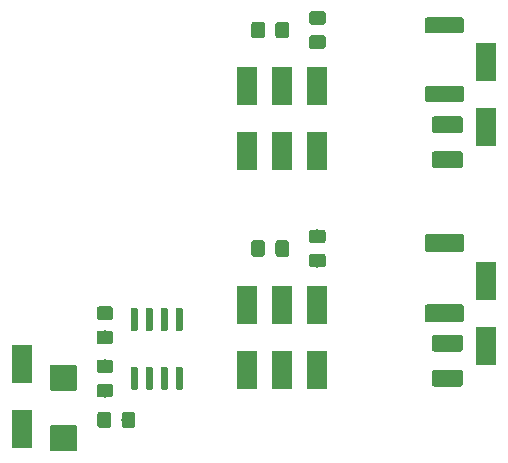
<source format=gbr>
G04 #@! TF.GenerationSoftware,KiCad,Pcbnew,5.1.4*
G04 #@! TF.CreationDate,2019-10-29T22:11:30-03:00*
G04 #@! TF.ProjectId,MCB19,4d434231-392e-46b6-9963-61645f706362,rev?*
G04 #@! TF.SameCoordinates,Original*
G04 #@! TF.FileFunction,Paste,Top*
G04 #@! TF.FilePolarity,Positive*
%FSLAX46Y46*%
G04 Gerber Fmt 4.6, Leading zero omitted, Abs format (unit mm)*
G04 Created by KiCad (PCBNEW 5.1.4) date 2019-10-29 22:11:30*
%MOMM*%
%LPD*%
G04 APERTURE LIST*
%ADD10C,0.100000*%
%ADD11C,1.525000*%
%ADD12C,1.350000*%
%ADD13C,1.425000*%
%ADD14R,1.700000X3.300000*%
%ADD15C,0.600000*%
%ADD16C,1.150000*%
%ADD17C,2.250000*%
G04 APERTURE END LIST*
D10*
G36*
X123199505Y-80751204D02*
G01*
X123223773Y-80754804D01*
X123247572Y-80760765D01*
X123270671Y-80769030D01*
X123292850Y-80779520D01*
X123313893Y-80792132D01*
X123333599Y-80806747D01*
X123351777Y-80823223D01*
X123368253Y-80841401D01*
X123382868Y-80861107D01*
X123395480Y-80882150D01*
X123405970Y-80904329D01*
X123414235Y-80927428D01*
X123420196Y-80951227D01*
X123423796Y-80975495D01*
X123425000Y-80999999D01*
X123425000Y-82025001D01*
X123423796Y-82049505D01*
X123420196Y-82073773D01*
X123414235Y-82097572D01*
X123405970Y-82120671D01*
X123395480Y-82142850D01*
X123382868Y-82163893D01*
X123368253Y-82183599D01*
X123351777Y-82201777D01*
X123333599Y-82218253D01*
X123313893Y-82232868D01*
X123292850Y-82245480D01*
X123270671Y-82255970D01*
X123247572Y-82264235D01*
X123223773Y-82270196D01*
X123199505Y-82273796D01*
X123175001Y-82275000D01*
X120324999Y-82275000D01*
X120300495Y-82273796D01*
X120276227Y-82270196D01*
X120252428Y-82264235D01*
X120229329Y-82255970D01*
X120207150Y-82245480D01*
X120186107Y-82232868D01*
X120166401Y-82218253D01*
X120148223Y-82201777D01*
X120131747Y-82183599D01*
X120117132Y-82163893D01*
X120104520Y-82142850D01*
X120094030Y-82120671D01*
X120085765Y-82097572D01*
X120079804Y-82073773D01*
X120076204Y-82049505D01*
X120075000Y-82025001D01*
X120075000Y-80999999D01*
X120076204Y-80975495D01*
X120079804Y-80951227D01*
X120085765Y-80927428D01*
X120094030Y-80904329D01*
X120104520Y-80882150D01*
X120117132Y-80861107D01*
X120131747Y-80841401D01*
X120148223Y-80823223D01*
X120166401Y-80806747D01*
X120186107Y-80792132D01*
X120207150Y-80779520D01*
X120229329Y-80769030D01*
X120252428Y-80760765D01*
X120276227Y-80754804D01*
X120300495Y-80751204D01*
X120324999Y-80750000D01*
X123175001Y-80750000D01*
X123199505Y-80751204D01*
X123199505Y-80751204D01*
G37*
D11*
X121750000Y-81512500D03*
D10*
G36*
X123199505Y-86726204D02*
G01*
X123223773Y-86729804D01*
X123247572Y-86735765D01*
X123270671Y-86744030D01*
X123292850Y-86754520D01*
X123313893Y-86767132D01*
X123333599Y-86781747D01*
X123351777Y-86798223D01*
X123368253Y-86816401D01*
X123382868Y-86836107D01*
X123395480Y-86857150D01*
X123405970Y-86879329D01*
X123414235Y-86902428D01*
X123420196Y-86926227D01*
X123423796Y-86950495D01*
X123425000Y-86974999D01*
X123425000Y-88000001D01*
X123423796Y-88024505D01*
X123420196Y-88048773D01*
X123414235Y-88072572D01*
X123405970Y-88095671D01*
X123395480Y-88117850D01*
X123382868Y-88138893D01*
X123368253Y-88158599D01*
X123351777Y-88176777D01*
X123333599Y-88193253D01*
X123313893Y-88207868D01*
X123292850Y-88220480D01*
X123270671Y-88230970D01*
X123247572Y-88239235D01*
X123223773Y-88245196D01*
X123199505Y-88248796D01*
X123175001Y-88250000D01*
X120324999Y-88250000D01*
X120300495Y-88248796D01*
X120276227Y-88245196D01*
X120252428Y-88239235D01*
X120229329Y-88230970D01*
X120207150Y-88220480D01*
X120186107Y-88207868D01*
X120166401Y-88193253D01*
X120148223Y-88176777D01*
X120131747Y-88158599D01*
X120117132Y-88138893D01*
X120104520Y-88117850D01*
X120094030Y-88095671D01*
X120085765Y-88072572D01*
X120079804Y-88048773D01*
X120076204Y-88024505D01*
X120075000Y-88000001D01*
X120075000Y-86974999D01*
X120076204Y-86950495D01*
X120079804Y-86926227D01*
X120085765Y-86902428D01*
X120094030Y-86879329D01*
X120104520Y-86857150D01*
X120117132Y-86836107D01*
X120131747Y-86816401D01*
X120148223Y-86798223D01*
X120166401Y-86781747D01*
X120186107Y-86767132D01*
X120207150Y-86754520D01*
X120229329Y-86744030D01*
X120252428Y-86735765D01*
X120276227Y-86729804D01*
X120300495Y-86726204D01*
X120324999Y-86725000D01*
X123175001Y-86725000D01*
X123199505Y-86726204D01*
X123199505Y-86726204D01*
G37*
D11*
X121750000Y-87487500D03*
D10*
G36*
X123199505Y-62426204D02*
G01*
X123223773Y-62429804D01*
X123247572Y-62435765D01*
X123270671Y-62444030D01*
X123292850Y-62454520D01*
X123313893Y-62467132D01*
X123333599Y-62481747D01*
X123351777Y-62498223D01*
X123368253Y-62516401D01*
X123382868Y-62536107D01*
X123395480Y-62557150D01*
X123405970Y-62579329D01*
X123414235Y-62602428D01*
X123420196Y-62626227D01*
X123423796Y-62650495D01*
X123425000Y-62674999D01*
X123425000Y-63525001D01*
X123423796Y-63549505D01*
X123420196Y-63573773D01*
X123414235Y-63597572D01*
X123405970Y-63620671D01*
X123395480Y-63642850D01*
X123382868Y-63663893D01*
X123368253Y-63683599D01*
X123351777Y-63701777D01*
X123333599Y-63718253D01*
X123313893Y-63732868D01*
X123292850Y-63745480D01*
X123270671Y-63755970D01*
X123247572Y-63764235D01*
X123223773Y-63770196D01*
X123199505Y-63773796D01*
X123175001Y-63775000D01*
X120324999Y-63775000D01*
X120300495Y-63773796D01*
X120276227Y-63770196D01*
X120252428Y-63764235D01*
X120229329Y-63755970D01*
X120207150Y-63745480D01*
X120186107Y-63732868D01*
X120166401Y-63718253D01*
X120148223Y-63701777D01*
X120131747Y-63683599D01*
X120117132Y-63663893D01*
X120104520Y-63642850D01*
X120094030Y-63620671D01*
X120085765Y-63597572D01*
X120079804Y-63573773D01*
X120076204Y-63549505D01*
X120075000Y-63525001D01*
X120075000Y-62674999D01*
X120076204Y-62650495D01*
X120079804Y-62626227D01*
X120085765Y-62602428D01*
X120094030Y-62579329D01*
X120104520Y-62557150D01*
X120117132Y-62536107D01*
X120131747Y-62516401D01*
X120148223Y-62498223D01*
X120166401Y-62481747D01*
X120186107Y-62467132D01*
X120207150Y-62454520D01*
X120229329Y-62444030D01*
X120252428Y-62435765D01*
X120276227Y-62429804D01*
X120300495Y-62426204D01*
X120324999Y-62425000D01*
X123175001Y-62425000D01*
X123199505Y-62426204D01*
X123199505Y-62426204D01*
G37*
D12*
X121750000Y-63100000D03*
D10*
G36*
X123199505Y-68226204D02*
G01*
X123223773Y-68229804D01*
X123247572Y-68235765D01*
X123270671Y-68244030D01*
X123292850Y-68254520D01*
X123313893Y-68267132D01*
X123333599Y-68281747D01*
X123351777Y-68298223D01*
X123368253Y-68316401D01*
X123382868Y-68336107D01*
X123395480Y-68357150D01*
X123405970Y-68379329D01*
X123414235Y-68402428D01*
X123420196Y-68426227D01*
X123423796Y-68450495D01*
X123425000Y-68474999D01*
X123425000Y-69325001D01*
X123423796Y-69349505D01*
X123420196Y-69373773D01*
X123414235Y-69397572D01*
X123405970Y-69420671D01*
X123395480Y-69442850D01*
X123382868Y-69463893D01*
X123368253Y-69483599D01*
X123351777Y-69501777D01*
X123333599Y-69518253D01*
X123313893Y-69532868D01*
X123292850Y-69545480D01*
X123270671Y-69555970D01*
X123247572Y-69564235D01*
X123223773Y-69570196D01*
X123199505Y-69573796D01*
X123175001Y-69575000D01*
X120324999Y-69575000D01*
X120300495Y-69573796D01*
X120276227Y-69570196D01*
X120252428Y-69564235D01*
X120229329Y-69555970D01*
X120207150Y-69545480D01*
X120186107Y-69532868D01*
X120166401Y-69518253D01*
X120148223Y-69501777D01*
X120131747Y-69483599D01*
X120117132Y-69463893D01*
X120104520Y-69442850D01*
X120094030Y-69420671D01*
X120085765Y-69397572D01*
X120079804Y-69373773D01*
X120076204Y-69349505D01*
X120075000Y-69325001D01*
X120075000Y-68474999D01*
X120076204Y-68450495D01*
X120079804Y-68426227D01*
X120085765Y-68402428D01*
X120094030Y-68379329D01*
X120104520Y-68357150D01*
X120117132Y-68336107D01*
X120131747Y-68316401D01*
X120148223Y-68298223D01*
X120166401Y-68281747D01*
X120186107Y-68267132D01*
X120207150Y-68254520D01*
X120229329Y-68244030D01*
X120252428Y-68235765D01*
X120276227Y-68229804D01*
X120300495Y-68226204D01*
X120324999Y-68225000D01*
X123175001Y-68225000D01*
X123199505Y-68226204D01*
X123199505Y-68226204D01*
G37*
D12*
X121750000Y-68900000D03*
D10*
G36*
X123099504Y-73776204D02*
G01*
X123123773Y-73779804D01*
X123147571Y-73785765D01*
X123170671Y-73794030D01*
X123192849Y-73804520D01*
X123213893Y-73817133D01*
X123233598Y-73831747D01*
X123251777Y-73848223D01*
X123268253Y-73866402D01*
X123282867Y-73886107D01*
X123295480Y-73907151D01*
X123305970Y-73929329D01*
X123314235Y-73952429D01*
X123320196Y-73976227D01*
X123323796Y-74000496D01*
X123325000Y-74025000D01*
X123325000Y-74950000D01*
X123323796Y-74974504D01*
X123320196Y-74998773D01*
X123314235Y-75022571D01*
X123305970Y-75045671D01*
X123295480Y-75067849D01*
X123282867Y-75088893D01*
X123268253Y-75108598D01*
X123251777Y-75126777D01*
X123233598Y-75143253D01*
X123213893Y-75157867D01*
X123192849Y-75170480D01*
X123170671Y-75180970D01*
X123147571Y-75189235D01*
X123123773Y-75195196D01*
X123099504Y-75198796D01*
X123075000Y-75200000D01*
X120925000Y-75200000D01*
X120900496Y-75198796D01*
X120876227Y-75195196D01*
X120852429Y-75189235D01*
X120829329Y-75180970D01*
X120807151Y-75170480D01*
X120786107Y-75157867D01*
X120766402Y-75143253D01*
X120748223Y-75126777D01*
X120731747Y-75108598D01*
X120717133Y-75088893D01*
X120704520Y-75067849D01*
X120694030Y-75045671D01*
X120685765Y-75022571D01*
X120679804Y-74998773D01*
X120676204Y-74974504D01*
X120675000Y-74950000D01*
X120675000Y-74025000D01*
X120676204Y-74000496D01*
X120679804Y-73976227D01*
X120685765Y-73952429D01*
X120694030Y-73929329D01*
X120704520Y-73907151D01*
X120717133Y-73886107D01*
X120731747Y-73866402D01*
X120748223Y-73848223D01*
X120766402Y-73831747D01*
X120786107Y-73817133D01*
X120807151Y-73804520D01*
X120829329Y-73794030D01*
X120852429Y-73785765D01*
X120876227Y-73779804D01*
X120900496Y-73776204D01*
X120925000Y-73775000D01*
X123075000Y-73775000D01*
X123099504Y-73776204D01*
X123099504Y-73776204D01*
G37*
D13*
X122000000Y-74487500D03*
D10*
G36*
X123099504Y-70801204D02*
G01*
X123123773Y-70804804D01*
X123147571Y-70810765D01*
X123170671Y-70819030D01*
X123192849Y-70829520D01*
X123213893Y-70842133D01*
X123233598Y-70856747D01*
X123251777Y-70873223D01*
X123268253Y-70891402D01*
X123282867Y-70911107D01*
X123295480Y-70932151D01*
X123305970Y-70954329D01*
X123314235Y-70977429D01*
X123320196Y-71001227D01*
X123323796Y-71025496D01*
X123325000Y-71050000D01*
X123325000Y-71975000D01*
X123323796Y-71999504D01*
X123320196Y-72023773D01*
X123314235Y-72047571D01*
X123305970Y-72070671D01*
X123295480Y-72092849D01*
X123282867Y-72113893D01*
X123268253Y-72133598D01*
X123251777Y-72151777D01*
X123233598Y-72168253D01*
X123213893Y-72182867D01*
X123192849Y-72195480D01*
X123170671Y-72205970D01*
X123147571Y-72214235D01*
X123123773Y-72220196D01*
X123099504Y-72223796D01*
X123075000Y-72225000D01*
X120925000Y-72225000D01*
X120900496Y-72223796D01*
X120876227Y-72220196D01*
X120852429Y-72214235D01*
X120829329Y-72205970D01*
X120807151Y-72195480D01*
X120786107Y-72182867D01*
X120766402Y-72168253D01*
X120748223Y-72151777D01*
X120731747Y-72133598D01*
X120717133Y-72113893D01*
X120704520Y-72092849D01*
X120694030Y-72070671D01*
X120685765Y-72047571D01*
X120679804Y-72023773D01*
X120676204Y-71999504D01*
X120675000Y-71975000D01*
X120675000Y-71050000D01*
X120676204Y-71025496D01*
X120679804Y-71001227D01*
X120685765Y-70977429D01*
X120694030Y-70954329D01*
X120704520Y-70932151D01*
X120717133Y-70911107D01*
X120731747Y-70891402D01*
X120748223Y-70873223D01*
X120766402Y-70856747D01*
X120786107Y-70842133D01*
X120807151Y-70829520D01*
X120829329Y-70819030D01*
X120852429Y-70810765D01*
X120876227Y-70804804D01*
X120900496Y-70801204D01*
X120925000Y-70800000D01*
X123075000Y-70800000D01*
X123099504Y-70801204D01*
X123099504Y-70801204D01*
G37*
D13*
X122000000Y-71512500D03*
D10*
G36*
X123099504Y-92276204D02*
G01*
X123123773Y-92279804D01*
X123147571Y-92285765D01*
X123170671Y-92294030D01*
X123192849Y-92304520D01*
X123213893Y-92317133D01*
X123233598Y-92331747D01*
X123251777Y-92348223D01*
X123268253Y-92366402D01*
X123282867Y-92386107D01*
X123295480Y-92407151D01*
X123305970Y-92429329D01*
X123314235Y-92452429D01*
X123320196Y-92476227D01*
X123323796Y-92500496D01*
X123325000Y-92525000D01*
X123325000Y-93450000D01*
X123323796Y-93474504D01*
X123320196Y-93498773D01*
X123314235Y-93522571D01*
X123305970Y-93545671D01*
X123295480Y-93567849D01*
X123282867Y-93588893D01*
X123268253Y-93608598D01*
X123251777Y-93626777D01*
X123233598Y-93643253D01*
X123213893Y-93657867D01*
X123192849Y-93670480D01*
X123170671Y-93680970D01*
X123147571Y-93689235D01*
X123123773Y-93695196D01*
X123099504Y-93698796D01*
X123075000Y-93700000D01*
X120925000Y-93700000D01*
X120900496Y-93698796D01*
X120876227Y-93695196D01*
X120852429Y-93689235D01*
X120829329Y-93680970D01*
X120807151Y-93670480D01*
X120786107Y-93657867D01*
X120766402Y-93643253D01*
X120748223Y-93626777D01*
X120731747Y-93608598D01*
X120717133Y-93588893D01*
X120704520Y-93567849D01*
X120694030Y-93545671D01*
X120685765Y-93522571D01*
X120679804Y-93498773D01*
X120676204Y-93474504D01*
X120675000Y-93450000D01*
X120675000Y-92525000D01*
X120676204Y-92500496D01*
X120679804Y-92476227D01*
X120685765Y-92452429D01*
X120694030Y-92429329D01*
X120704520Y-92407151D01*
X120717133Y-92386107D01*
X120731747Y-92366402D01*
X120748223Y-92348223D01*
X120766402Y-92331747D01*
X120786107Y-92317133D01*
X120807151Y-92304520D01*
X120829329Y-92294030D01*
X120852429Y-92285765D01*
X120876227Y-92279804D01*
X120900496Y-92276204D01*
X120925000Y-92275000D01*
X123075000Y-92275000D01*
X123099504Y-92276204D01*
X123099504Y-92276204D01*
G37*
D13*
X122000000Y-92987500D03*
D10*
G36*
X123099504Y-89301204D02*
G01*
X123123773Y-89304804D01*
X123147571Y-89310765D01*
X123170671Y-89319030D01*
X123192849Y-89329520D01*
X123213893Y-89342133D01*
X123233598Y-89356747D01*
X123251777Y-89373223D01*
X123268253Y-89391402D01*
X123282867Y-89411107D01*
X123295480Y-89432151D01*
X123305970Y-89454329D01*
X123314235Y-89477429D01*
X123320196Y-89501227D01*
X123323796Y-89525496D01*
X123325000Y-89550000D01*
X123325000Y-90475000D01*
X123323796Y-90499504D01*
X123320196Y-90523773D01*
X123314235Y-90547571D01*
X123305970Y-90570671D01*
X123295480Y-90592849D01*
X123282867Y-90613893D01*
X123268253Y-90633598D01*
X123251777Y-90651777D01*
X123233598Y-90668253D01*
X123213893Y-90682867D01*
X123192849Y-90695480D01*
X123170671Y-90705970D01*
X123147571Y-90714235D01*
X123123773Y-90720196D01*
X123099504Y-90723796D01*
X123075000Y-90725000D01*
X120925000Y-90725000D01*
X120900496Y-90723796D01*
X120876227Y-90720196D01*
X120852429Y-90714235D01*
X120829329Y-90705970D01*
X120807151Y-90695480D01*
X120786107Y-90682867D01*
X120766402Y-90668253D01*
X120748223Y-90651777D01*
X120731747Y-90633598D01*
X120717133Y-90613893D01*
X120704520Y-90592849D01*
X120694030Y-90570671D01*
X120685765Y-90547571D01*
X120679804Y-90523773D01*
X120676204Y-90499504D01*
X120675000Y-90475000D01*
X120675000Y-89550000D01*
X120676204Y-89525496D01*
X120679804Y-89501227D01*
X120685765Y-89477429D01*
X120694030Y-89454329D01*
X120704520Y-89432151D01*
X120717133Y-89411107D01*
X120731747Y-89391402D01*
X120748223Y-89373223D01*
X120766402Y-89356747D01*
X120786107Y-89342133D01*
X120807151Y-89329520D01*
X120829329Y-89319030D01*
X120852429Y-89310765D01*
X120876227Y-89304804D01*
X120900496Y-89301204D01*
X120925000Y-89300000D01*
X123075000Y-89300000D01*
X123099504Y-89301204D01*
X123099504Y-89301204D01*
G37*
D13*
X122000000Y-90012500D03*
D14*
X105000000Y-92250000D03*
X105000000Y-86750000D03*
D10*
G36*
X99454703Y-92000722D02*
G01*
X99469264Y-92002882D01*
X99483543Y-92006459D01*
X99497403Y-92011418D01*
X99510710Y-92017712D01*
X99523336Y-92025280D01*
X99535159Y-92034048D01*
X99546066Y-92043934D01*
X99555952Y-92054841D01*
X99564720Y-92066664D01*
X99572288Y-92079290D01*
X99578582Y-92092597D01*
X99583541Y-92106457D01*
X99587118Y-92120736D01*
X99589278Y-92135297D01*
X99590000Y-92150000D01*
X99590000Y-93800000D01*
X99589278Y-93814703D01*
X99587118Y-93829264D01*
X99583541Y-93843543D01*
X99578582Y-93857403D01*
X99572288Y-93870710D01*
X99564720Y-93883336D01*
X99555952Y-93895159D01*
X99546066Y-93906066D01*
X99535159Y-93915952D01*
X99523336Y-93924720D01*
X99510710Y-93932288D01*
X99497403Y-93938582D01*
X99483543Y-93943541D01*
X99469264Y-93947118D01*
X99454703Y-93949278D01*
X99440000Y-93950000D01*
X99140000Y-93950000D01*
X99125297Y-93949278D01*
X99110736Y-93947118D01*
X99096457Y-93943541D01*
X99082597Y-93938582D01*
X99069290Y-93932288D01*
X99056664Y-93924720D01*
X99044841Y-93915952D01*
X99033934Y-93906066D01*
X99024048Y-93895159D01*
X99015280Y-93883336D01*
X99007712Y-93870710D01*
X99001418Y-93857403D01*
X98996459Y-93843543D01*
X98992882Y-93829264D01*
X98990722Y-93814703D01*
X98990000Y-93800000D01*
X98990000Y-92150000D01*
X98990722Y-92135297D01*
X98992882Y-92120736D01*
X98996459Y-92106457D01*
X99001418Y-92092597D01*
X99007712Y-92079290D01*
X99015280Y-92066664D01*
X99024048Y-92054841D01*
X99033934Y-92043934D01*
X99044841Y-92034048D01*
X99056664Y-92025280D01*
X99069290Y-92017712D01*
X99082597Y-92011418D01*
X99096457Y-92006459D01*
X99110736Y-92002882D01*
X99125297Y-92000722D01*
X99140000Y-92000000D01*
X99440000Y-92000000D01*
X99454703Y-92000722D01*
X99454703Y-92000722D01*
G37*
D15*
X99290000Y-92975000D03*
D10*
G36*
X98184703Y-92000722D02*
G01*
X98199264Y-92002882D01*
X98213543Y-92006459D01*
X98227403Y-92011418D01*
X98240710Y-92017712D01*
X98253336Y-92025280D01*
X98265159Y-92034048D01*
X98276066Y-92043934D01*
X98285952Y-92054841D01*
X98294720Y-92066664D01*
X98302288Y-92079290D01*
X98308582Y-92092597D01*
X98313541Y-92106457D01*
X98317118Y-92120736D01*
X98319278Y-92135297D01*
X98320000Y-92150000D01*
X98320000Y-93800000D01*
X98319278Y-93814703D01*
X98317118Y-93829264D01*
X98313541Y-93843543D01*
X98308582Y-93857403D01*
X98302288Y-93870710D01*
X98294720Y-93883336D01*
X98285952Y-93895159D01*
X98276066Y-93906066D01*
X98265159Y-93915952D01*
X98253336Y-93924720D01*
X98240710Y-93932288D01*
X98227403Y-93938582D01*
X98213543Y-93943541D01*
X98199264Y-93947118D01*
X98184703Y-93949278D01*
X98170000Y-93950000D01*
X97870000Y-93950000D01*
X97855297Y-93949278D01*
X97840736Y-93947118D01*
X97826457Y-93943541D01*
X97812597Y-93938582D01*
X97799290Y-93932288D01*
X97786664Y-93924720D01*
X97774841Y-93915952D01*
X97763934Y-93906066D01*
X97754048Y-93895159D01*
X97745280Y-93883336D01*
X97737712Y-93870710D01*
X97731418Y-93857403D01*
X97726459Y-93843543D01*
X97722882Y-93829264D01*
X97720722Y-93814703D01*
X97720000Y-93800000D01*
X97720000Y-92150000D01*
X97720722Y-92135297D01*
X97722882Y-92120736D01*
X97726459Y-92106457D01*
X97731418Y-92092597D01*
X97737712Y-92079290D01*
X97745280Y-92066664D01*
X97754048Y-92054841D01*
X97763934Y-92043934D01*
X97774841Y-92034048D01*
X97786664Y-92025280D01*
X97799290Y-92017712D01*
X97812597Y-92011418D01*
X97826457Y-92006459D01*
X97840736Y-92002882D01*
X97855297Y-92000722D01*
X97870000Y-92000000D01*
X98170000Y-92000000D01*
X98184703Y-92000722D01*
X98184703Y-92000722D01*
G37*
D15*
X98020000Y-92975000D03*
D10*
G36*
X96914703Y-92000722D02*
G01*
X96929264Y-92002882D01*
X96943543Y-92006459D01*
X96957403Y-92011418D01*
X96970710Y-92017712D01*
X96983336Y-92025280D01*
X96995159Y-92034048D01*
X97006066Y-92043934D01*
X97015952Y-92054841D01*
X97024720Y-92066664D01*
X97032288Y-92079290D01*
X97038582Y-92092597D01*
X97043541Y-92106457D01*
X97047118Y-92120736D01*
X97049278Y-92135297D01*
X97050000Y-92150000D01*
X97050000Y-93800000D01*
X97049278Y-93814703D01*
X97047118Y-93829264D01*
X97043541Y-93843543D01*
X97038582Y-93857403D01*
X97032288Y-93870710D01*
X97024720Y-93883336D01*
X97015952Y-93895159D01*
X97006066Y-93906066D01*
X96995159Y-93915952D01*
X96983336Y-93924720D01*
X96970710Y-93932288D01*
X96957403Y-93938582D01*
X96943543Y-93943541D01*
X96929264Y-93947118D01*
X96914703Y-93949278D01*
X96900000Y-93950000D01*
X96600000Y-93950000D01*
X96585297Y-93949278D01*
X96570736Y-93947118D01*
X96556457Y-93943541D01*
X96542597Y-93938582D01*
X96529290Y-93932288D01*
X96516664Y-93924720D01*
X96504841Y-93915952D01*
X96493934Y-93906066D01*
X96484048Y-93895159D01*
X96475280Y-93883336D01*
X96467712Y-93870710D01*
X96461418Y-93857403D01*
X96456459Y-93843543D01*
X96452882Y-93829264D01*
X96450722Y-93814703D01*
X96450000Y-93800000D01*
X96450000Y-92150000D01*
X96450722Y-92135297D01*
X96452882Y-92120736D01*
X96456459Y-92106457D01*
X96461418Y-92092597D01*
X96467712Y-92079290D01*
X96475280Y-92066664D01*
X96484048Y-92054841D01*
X96493934Y-92043934D01*
X96504841Y-92034048D01*
X96516664Y-92025280D01*
X96529290Y-92017712D01*
X96542597Y-92011418D01*
X96556457Y-92006459D01*
X96570736Y-92002882D01*
X96585297Y-92000722D01*
X96600000Y-92000000D01*
X96900000Y-92000000D01*
X96914703Y-92000722D01*
X96914703Y-92000722D01*
G37*
D15*
X96750000Y-92975000D03*
D10*
G36*
X95644703Y-92000722D02*
G01*
X95659264Y-92002882D01*
X95673543Y-92006459D01*
X95687403Y-92011418D01*
X95700710Y-92017712D01*
X95713336Y-92025280D01*
X95725159Y-92034048D01*
X95736066Y-92043934D01*
X95745952Y-92054841D01*
X95754720Y-92066664D01*
X95762288Y-92079290D01*
X95768582Y-92092597D01*
X95773541Y-92106457D01*
X95777118Y-92120736D01*
X95779278Y-92135297D01*
X95780000Y-92150000D01*
X95780000Y-93800000D01*
X95779278Y-93814703D01*
X95777118Y-93829264D01*
X95773541Y-93843543D01*
X95768582Y-93857403D01*
X95762288Y-93870710D01*
X95754720Y-93883336D01*
X95745952Y-93895159D01*
X95736066Y-93906066D01*
X95725159Y-93915952D01*
X95713336Y-93924720D01*
X95700710Y-93932288D01*
X95687403Y-93938582D01*
X95673543Y-93943541D01*
X95659264Y-93947118D01*
X95644703Y-93949278D01*
X95630000Y-93950000D01*
X95330000Y-93950000D01*
X95315297Y-93949278D01*
X95300736Y-93947118D01*
X95286457Y-93943541D01*
X95272597Y-93938582D01*
X95259290Y-93932288D01*
X95246664Y-93924720D01*
X95234841Y-93915952D01*
X95223934Y-93906066D01*
X95214048Y-93895159D01*
X95205280Y-93883336D01*
X95197712Y-93870710D01*
X95191418Y-93857403D01*
X95186459Y-93843543D01*
X95182882Y-93829264D01*
X95180722Y-93814703D01*
X95180000Y-93800000D01*
X95180000Y-92150000D01*
X95180722Y-92135297D01*
X95182882Y-92120736D01*
X95186459Y-92106457D01*
X95191418Y-92092597D01*
X95197712Y-92079290D01*
X95205280Y-92066664D01*
X95214048Y-92054841D01*
X95223934Y-92043934D01*
X95234841Y-92034048D01*
X95246664Y-92025280D01*
X95259290Y-92017712D01*
X95272597Y-92011418D01*
X95286457Y-92006459D01*
X95300736Y-92002882D01*
X95315297Y-92000722D01*
X95330000Y-92000000D01*
X95630000Y-92000000D01*
X95644703Y-92000722D01*
X95644703Y-92000722D01*
G37*
D15*
X95480000Y-92975000D03*
D10*
G36*
X95644703Y-87050722D02*
G01*
X95659264Y-87052882D01*
X95673543Y-87056459D01*
X95687403Y-87061418D01*
X95700710Y-87067712D01*
X95713336Y-87075280D01*
X95725159Y-87084048D01*
X95736066Y-87093934D01*
X95745952Y-87104841D01*
X95754720Y-87116664D01*
X95762288Y-87129290D01*
X95768582Y-87142597D01*
X95773541Y-87156457D01*
X95777118Y-87170736D01*
X95779278Y-87185297D01*
X95780000Y-87200000D01*
X95780000Y-88850000D01*
X95779278Y-88864703D01*
X95777118Y-88879264D01*
X95773541Y-88893543D01*
X95768582Y-88907403D01*
X95762288Y-88920710D01*
X95754720Y-88933336D01*
X95745952Y-88945159D01*
X95736066Y-88956066D01*
X95725159Y-88965952D01*
X95713336Y-88974720D01*
X95700710Y-88982288D01*
X95687403Y-88988582D01*
X95673543Y-88993541D01*
X95659264Y-88997118D01*
X95644703Y-88999278D01*
X95630000Y-89000000D01*
X95330000Y-89000000D01*
X95315297Y-88999278D01*
X95300736Y-88997118D01*
X95286457Y-88993541D01*
X95272597Y-88988582D01*
X95259290Y-88982288D01*
X95246664Y-88974720D01*
X95234841Y-88965952D01*
X95223934Y-88956066D01*
X95214048Y-88945159D01*
X95205280Y-88933336D01*
X95197712Y-88920710D01*
X95191418Y-88907403D01*
X95186459Y-88893543D01*
X95182882Y-88879264D01*
X95180722Y-88864703D01*
X95180000Y-88850000D01*
X95180000Y-87200000D01*
X95180722Y-87185297D01*
X95182882Y-87170736D01*
X95186459Y-87156457D01*
X95191418Y-87142597D01*
X95197712Y-87129290D01*
X95205280Y-87116664D01*
X95214048Y-87104841D01*
X95223934Y-87093934D01*
X95234841Y-87084048D01*
X95246664Y-87075280D01*
X95259290Y-87067712D01*
X95272597Y-87061418D01*
X95286457Y-87056459D01*
X95300736Y-87052882D01*
X95315297Y-87050722D01*
X95330000Y-87050000D01*
X95630000Y-87050000D01*
X95644703Y-87050722D01*
X95644703Y-87050722D01*
G37*
D15*
X95480000Y-88025000D03*
D10*
G36*
X96914703Y-87050722D02*
G01*
X96929264Y-87052882D01*
X96943543Y-87056459D01*
X96957403Y-87061418D01*
X96970710Y-87067712D01*
X96983336Y-87075280D01*
X96995159Y-87084048D01*
X97006066Y-87093934D01*
X97015952Y-87104841D01*
X97024720Y-87116664D01*
X97032288Y-87129290D01*
X97038582Y-87142597D01*
X97043541Y-87156457D01*
X97047118Y-87170736D01*
X97049278Y-87185297D01*
X97050000Y-87200000D01*
X97050000Y-88850000D01*
X97049278Y-88864703D01*
X97047118Y-88879264D01*
X97043541Y-88893543D01*
X97038582Y-88907403D01*
X97032288Y-88920710D01*
X97024720Y-88933336D01*
X97015952Y-88945159D01*
X97006066Y-88956066D01*
X96995159Y-88965952D01*
X96983336Y-88974720D01*
X96970710Y-88982288D01*
X96957403Y-88988582D01*
X96943543Y-88993541D01*
X96929264Y-88997118D01*
X96914703Y-88999278D01*
X96900000Y-89000000D01*
X96600000Y-89000000D01*
X96585297Y-88999278D01*
X96570736Y-88997118D01*
X96556457Y-88993541D01*
X96542597Y-88988582D01*
X96529290Y-88982288D01*
X96516664Y-88974720D01*
X96504841Y-88965952D01*
X96493934Y-88956066D01*
X96484048Y-88945159D01*
X96475280Y-88933336D01*
X96467712Y-88920710D01*
X96461418Y-88907403D01*
X96456459Y-88893543D01*
X96452882Y-88879264D01*
X96450722Y-88864703D01*
X96450000Y-88850000D01*
X96450000Y-87200000D01*
X96450722Y-87185297D01*
X96452882Y-87170736D01*
X96456459Y-87156457D01*
X96461418Y-87142597D01*
X96467712Y-87129290D01*
X96475280Y-87116664D01*
X96484048Y-87104841D01*
X96493934Y-87093934D01*
X96504841Y-87084048D01*
X96516664Y-87075280D01*
X96529290Y-87067712D01*
X96542597Y-87061418D01*
X96556457Y-87056459D01*
X96570736Y-87052882D01*
X96585297Y-87050722D01*
X96600000Y-87050000D01*
X96900000Y-87050000D01*
X96914703Y-87050722D01*
X96914703Y-87050722D01*
G37*
D15*
X96750000Y-88025000D03*
D10*
G36*
X98184703Y-87050722D02*
G01*
X98199264Y-87052882D01*
X98213543Y-87056459D01*
X98227403Y-87061418D01*
X98240710Y-87067712D01*
X98253336Y-87075280D01*
X98265159Y-87084048D01*
X98276066Y-87093934D01*
X98285952Y-87104841D01*
X98294720Y-87116664D01*
X98302288Y-87129290D01*
X98308582Y-87142597D01*
X98313541Y-87156457D01*
X98317118Y-87170736D01*
X98319278Y-87185297D01*
X98320000Y-87200000D01*
X98320000Y-88850000D01*
X98319278Y-88864703D01*
X98317118Y-88879264D01*
X98313541Y-88893543D01*
X98308582Y-88907403D01*
X98302288Y-88920710D01*
X98294720Y-88933336D01*
X98285952Y-88945159D01*
X98276066Y-88956066D01*
X98265159Y-88965952D01*
X98253336Y-88974720D01*
X98240710Y-88982288D01*
X98227403Y-88988582D01*
X98213543Y-88993541D01*
X98199264Y-88997118D01*
X98184703Y-88999278D01*
X98170000Y-89000000D01*
X97870000Y-89000000D01*
X97855297Y-88999278D01*
X97840736Y-88997118D01*
X97826457Y-88993541D01*
X97812597Y-88988582D01*
X97799290Y-88982288D01*
X97786664Y-88974720D01*
X97774841Y-88965952D01*
X97763934Y-88956066D01*
X97754048Y-88945159D01*
X97745280Y-88933336D01*
X97737712Y-88920710D01*
X97731418Y-88907403D01*
X97726459Y-88893543D01*
X97722882Y-88879264D01*
X97720722Y-88864703D01*
X97720000Y-88850000D01*
X97720000Y-87200000D01*
X97720722Y-87185297D01*
X97722882Y-87170736D01*
X97726459Y-87156457D01*
X97731418Y-87142597D01*
X97737712Y-87129290D01*
X97745280Y-87116664D01*
X97754048Y-87104841D01*
X97763934Y-87093934D01*
X97774841Y-87084048D01*
X97786664Y-87075280D01*
X97799290Y-87067712D01*
X97812597Y-87061418D01*
X97826457Y-87056459D01*
X97840736Y-87052882D01*
X97855297Y-87050722D01*
X97870000Y-87050000D01*
X98170000Y-87050000D01*
X98184703Y-87050722D01*
X98184703Y-87050722D01*
G37*
D15*
X98020000Y-88025000D03*
D10*
G36*
X99454703Y-87050722D02*
G01*
X99469264Y-87052882D01*
X99483543Y-87056459D01*
X99497403Y-87061418D01*
X99510710Y-87067712D01*
X99523336Y-87075280D01*
X99535159Y-87084048D01*
X99546066Y-87093934D01*
X99555952Y-87104841D01*
X99564720Y-87116664D01*
X99572288Y-87129290D01*
X99578582Y-87142597D01*
X99583541Y-87156457D01*
X99587118Y-87170736D01*
X99589278Y-87185297D01*
X99590000Y-87200000D01*
X99590000Y-88850000D01*
X99589278Y-88864703D01*
X99587118Y-88879264D01*
X99583541Y-88893543D01*
X99578582Y-88907403D01*
X99572288Y-88920710D01*
X99564720Y-88933336D01*
X99555952Y-88945159D01*
X99546066Y-88956066D01*
X99535159Y-88965952D01*
X99523336Y-88974720D01*
X99510710Y-88982288D01*
X99497403Y-88988582D01*
X99483543Y-88993541D01*
X99469264Y-88997118D01*
X99454703Y-88999278D01*
X99440000Y-89000000D01*
X99140000Y-89000000D01*
X99125297Y-88999278D01*
X99110736Y-88997118D01*
X99096457Y-88993541D01*
X99082597Y-88988582D01*
X99069290Y-88982288D01*
X99056664Y-88974720D01*
X99044841Y-88965952D01*
X99033934Y-88956066D01*
X99024048Y-88945159D01*
X99015280Y-88933336D01*
X99007712Y-88920710D01*
X99001418Y-88907403D01*
X98996459Y-88893543D01*
X98992882Y-88879264D01*
X98990722Y-88864703D01*
X98990000Y-88850000D01*
X98990000Y-87200000D01*
X98990722Y-87185297D01*
X98992882Y-87170736D01*
X98996459Y-87156457D01*
X99001418Y-87142597D01*
X99007712Y-87129290D01*
X99015280Y-87116664D01*
X99024048Y-87104841D01*
X99033934Y-87093934D01*
X99044841Y-87084048D01*
X99056664Y-87075280D01*
X99069290Y-87067712D01*
X99082597Y-87061418D01*
X99096457Y-87056459D01*
X99110736Y-87052882D01*
X99125297Y-87050722D01*
X99140000Y-87050000D01*
X99440000Y-87050000D01*
X99454703Y-87050722D01*
X99454703Y-87050722D01*
G37*
D15*
X99290000Y-88025000D03*
D10*
G36*
X111474505Y-61901204D02*
G01*
X111498773Y-61904804D01*
X111522572Y-61910765D01*
X111545671Y-61919030D01*
X111567850Y-61929520D01*
X111588893Y-61942132D01*
X111608599Y-61956747D01*
X111626777Y-61973223D01*
X111643253Y-61991401D01*
X111657868Y-62011107D01*
X111670480Y-62032150D01*
X111680970Y-62054329D01*
X111689235Y-62077428D01*
X111695196Y-62101227D01*
X111698796Y-62125495D01*
X111700000Y-62149999D01*
X111700000Y-62800001D01*
X111698796Y-62824505D01*
X111695196Y-62848773D01*
X111689235Y-62872572D01*
X111680970Y-62895671D01*
X111670480Y-62917850D01*
X111657868Y-62938893D01*
X111643253Y-62958599D01*
X111626777Y-62976777D01*
X111608599Y-62993253D01*
X111588893Y-63007868D01*
X111567850Y-63020480D01*
X111545671Y-63030970D01*
X111522572Y-63039235D01*
X111498773Y-63045196D01*
X111474505Y-63048796D01*
X111450001Y-63050000D01*
X110549999Y-63050000D01*
X110525495Y-63048796D01*
X110501227Y-63045196D01*
X110477428Y-63039235D01*
X110454329Y-63030970D01*
X110432150Y-63020480D01*
X110411107Y-63007868D01*
X110391401Y-62993253D01*
X110373223Y-62976777D01*
X110356747Y-62958599D01*
X110342132Y-62938893D01*
X110329520Y-62917850D01*
X110319030Y-62895671D01*
X110310765Y-62872572D01*
X110304804Y-62848773D01*
X110301204Y-62824505D01*
X110300000Y-62800001D01*
X110300000Y-62149999D01*
X110301204Y-62125495D01*
X110304804Y-62101227D01*
X110310765Y-62077428D01*
X110319030Y-62054329D01*
X110329520Y-62032150D01*
X110342132Y-62011107D01*
X110356747Y-61991401D01*
X110373223Y-61973223D01*
X110391401Y-61956747D01*
X110411107Y-61942132D01*
X110432150Y-61929520D01*
X110454329Y-61919030D01*
X110477428Y-61910765D01*
X110501227Y-61904804D01*
X110525495Y-61901204D01*
X110549999Y-61900000D01*
X111450001Y-61900000D01*
X111474505Y-61901204D01*
X111474505Y-61901204D01*
G37*
D16*
X111000000Y-62475000D03*
D10*
G36*
X111474505Y-63951204D02*
G01*
X111498773Y-63954804D01*
X111522572Y-63960765D01*
X111545671Y-63969030D01*
X111567850Y-63979520D01*
X111588893Y-63992132D01*
X111608599Y-64006747D01*
X111626777Y-64023223D01*
X111643253Y-64041401D01*
X111657868Y-64061107D01*
X111670480Y-64082150D01*
X111680970Y-64104329D01*
X111689235Y-64127428D01*
X111695196Y-64151227D01*
X111698796Y-64175495D01*
X111700000Y-64199999D01*
X111700000Y-64850001D01*
X111698796Y-64874505D01*
X111695196Y-64898773D01*
X111689235Y-64922572D01*
X111680970Y-64945671D01*
X111670480Y-64967850D01*
X111657868Y-64988893D01*
X111643253Y-65008599D01*
X111626777Y-65026777D01*
X111608599Y-65043253D01*
X111588893Y-65057868D01*
X111567850Y-65070480D01*
X111545671Y-65080970D01*
X111522572Y-65089235D01*
X111498773Y-65095196D01*
X111474505Y-65098796D01*
X111450001Y-65100000D01*
X110549999Y-65100000D01*
X110525495Y-65098796D01*
X110501227Y-65095196D01*
X110477428Y-65089235D01*
X110454329Y-65080970D01*
X110432150Y-65070480D01*
X110411107Y-65057868D01*
X110391401Y-65043253D01*
X110373223Y-65026777D01*
X110356747Y-65008599D01*
X110342132Y-64988893D01*
X110329520Y-64967850D01*
X110319030Y-64945671D01*
X110310765Y-64922572D01*
X110304804Y-64898773D01*
X110301204Y-64874505D01*
X110300000Y-64850001D01*
X110300000Y-64199999D01*
X110301204Y-64175495D01*
X110304804Y-64151227D01*
X110310765Y-64127428D01*
X110319030Y-64104329D01*
X110329520Y-64082150D01*
X110342132Y-64061107D01*
X110356747Y-64041401D01*
X110373223Y-64023223D01*
X110391401Y-64006747D01*
X110411107Y-63992132D01*
X110432150Y-63979520D01*
X110454329Y-63969030D01*
X110477428Y-63960765D01*
X110501227Y-63954804D01*
X110525495Y-63951204D01*
X110549999Y-63950000D01*
X111450001Y-63950000D01*
X111474505Y-63951204D01*
X111474505Y-63951204D01*
G37*
D16*
X111000000Y-64525000D03*
D10*
G36*
X111474505Y-80401204D02*
G01*
X111498773Y-80404804D01*
X111522572Y-80410765D01*
X111545671Y-80419030D01*
X111567850Y-80429520D01*
X111588893Y-80442132D01*
X111608599Y-80456747D01*
X111626777Y-80473223D01*
X111643253Y-80491401D01*
X111657868Y-80511107D01*
X111670480Y-80532150D01*
X111680970Y-80554329D01*
X111689235Y-80577428D01*
X111695196Y-80601227D01*
X111698796Y-80625495D01*
X111700000Y-80649999D01*
X111700000Y-81300001D01*
X111698796Y-81324505D01*
X111695196Y-81348773D01*
X111689235Y-81372572D01*
X111680970Y-81395671D01*
X111670480Y-81417850D01*
X111657868Y-81438893D01*
X111643253Y-81458599D01*
X111626777Y-81476777D01*
X111608599Y-81493253D01*
X111588893Y-81507868D01*
X111567850Y-81520480D01*
X111545671Y-81530970D01*
X111522572Y-81539235D01*
X111498773Y-81545196D01*
X111474505Y-81548796D01*
X111450001Y-81550000D01*
X110549999Y-81550000D01*
X110525495Y-81548796D01*
X110501227Y-81545196D01*
X110477428Y-81539235D01*
X110454329Y-81530970D01*
X110432150Y-81520480D01*
X110411107Y-81507868D01*
X110391401Y-81493253D01*
X110373223Y-81476777D01*
X110356747Y-81458599D01*
X110342132Y-81438893D01*
X110329520Y-81417850D01*
X110319030Y-81395671D01*
X110310765Y-81372572D01*
X110304804Y-81348773D01*
X110301204Y-81324505D01*
X110300000Y-81300001D01*
X110300000Y-80649999D01*
X110301204Y-80625495D01*
X110304804Y-80601227D01*
X110310765Y-80577428D01*
X110319030Y-80554329D01*
X110329520Y-80532150D01*
X110342132Y-80511107D01*
X110356747Y-80491401D01*
X110373223Y-80473223D01*
X110391401Y-80456747D01*
X110411107Y-80442132D01*
X110432150Y-80429520D01*
X110454329Y-80419030D01*
X110477428Y-80410765D01*
X110501227Y-80404804D01*
X110525495Y-80401204D01*
X110549999Y-80400000D01*
X111450001Y-80400000D01*
X111474505Y-80401204D01*
X111474505Y-80401204D01*
G37*
D16*
X111000000Y-80975000D03*
D10*
G36*
X111474505Y-82451204D02*
G01*
X111498773Y-82454804D01*
X111522572Y-82460765D01*
X111545671Y-82469030D01*
X111567850Y-82479520D01*
X111588893Y-82492132D01*
X111608599Y-82506747D01*
X111626777Y-82523223D01*
X111643253Y-82541401D01*
X111657868Y-82561107D01*
X111670480Y-82582150D01*
X111680970Y-82604329D01*
X111689235Y-82627428D01*
X111695196Y-82651227D01*
X111698796Y-82675495D01*
X111700000Y-82699999D01*
X111700000Y-83350001D01*
X111698796Y-83374505D01*
X111695196Y-83398773D01*
X111689235Y-83422572D01*
X111680970Y-83445671D01*
X111670480Y-83467850D01*
X111657868Y-83488893D01*
X111643253Y-83508599D01*
X111626777Y-83526777D01*
X111608599Y-83543253D01*
X111588893Y-83557868D01*
X111567850Y-83570480D01*
X111545671Y-83580970D01*
X111522572Y-83589235D01*
X111498773Y-83595196D01*
X111474505Y-83598796D01*
X111450001Y-83600000D01*
X110549999Y-83600000D01*
X110525495Y-83598796D01*
X110501227Y-83595196D01*
X110477428Y-83589235D01*
X110454329Y-83580970D01*
X110432150Y-83570480D01*
X110411107Y-83557868D01*
X110391401Y-83543253D01*
X110373223Y-83526777D01*
X110356747Y-83508599D01*
X110342132Y-83488893D01*
X110329520Y-83467850D01*
X110319030Y-83445671D01*
X110310765Y-83422572D01*
X110304804Y-83398773D01*
X110301204Y-83374505D01*
X110300000Y-83350001D01*
X110300000Y-82699999D01*
X110301204Y-82675495D01*
X110304804Y-82651227D01*
X110310765Y-82627428D01*
X110319030Y-82604329D01*
X110329520Y-82582150D01*
X110342132Y-82561107D01*
X110356747Y-82541401D01*
X110373223Y-82523223D01*
X110391401Y-82506747D01*
X110411107Y-82492132D01*
X110432150Y-82479520D01*
X110454329Y-82469030D01*
X110477428Y-82460765D01*
X110501227Y-82454804D01*
X110525495Y-82451204D01*
X110549999Y-82450000D01*
X111450001Y-82450000D01*
X111474505Y-82451204D01*
X111474505Y-82451204D01*
G37*
D16*
X111000000Y-83025000D03*
D10*
G36*
X106324505Y-62801204D02*
G01*
X106348773Y-62804804D01*
X106372572Y-62810765D01*
X106395671Y-62819030D01*
X106417850Y-62829520D01*
X106438893Y-62842132D01*
X106458599Y-62856747D01*
X106476777Y-62873223D01*
X106493253Y-62891401D01*
X106507868Y-62911107D01*
X106520480Y-62932150D01*
X106530970Y-62954329D01*
X106539235Y-62977428D01*
X106545196Y-63001227D01*
X106548796Y-63025495D01*
X106550000Y-63049999D01*
X106550000Y-63950001D01*
X106548796Y-63974505D01*
X106545196Y-63998773D01*
X106539235Y-64022572D01*
X106530970Y-64045671D01*
X106520480Y-64067850D01*
X106507868Y-64088893D01*
X106493253Y-64108599D01*
X106476777Y-64126777D01*
X106458599Y-64143253D01*
X106438893Y-64157868D01*
X106417850Y-64170480D01*
X106395671Y-64180970D01*
X106372572Y-64189235D01*
X106348773Y-64195196D01*
X106324505Y-64198796D01*
X106300001Y-64200000D01*
X105649999Y-64200000D01*
X105625495Y-64198796D01*
X105601227Y-64195196D01*
X105577428Y-64189235D01*
X105554329Y-64180970D01*
X105532150Y-64170480D01*
X105511107Y-64157868D01*
X105491401Y-64143253D01*
X105473223Y-64126777D01*
X105456747Y-64108599D01*
X105442132Y-64088893D01*
X105429520Y-64067850D01*
X105419030Y-64045671D01*
X105410765Y-64022572D01*
X105404804Y-63998773D01*
X105401204Y-63974505D01*
X105400000Y-63950001D01*
X105400000Y-63049999D01*
X105401204Y-63025495D01*
X105404804Y-63001227D01*
X105410765Y-62977428D01*
X105419030Y-62954329D01*
X105429520Y-62932150D01*
X105442132Y-62911107D01*
X105456747Y-62891401D01*
X105473223Y-62873223D01*
X105491401Y-62856747D01*
X105511107Y-62842132D01*
X105532150Y-62829520D01*
X105554329Y-62819030D01*
X105577428Y-62810765D01*
X105601227Y-62804804D01*
X105625495Y-62801204D01*
X105649999Y-62800000D01*
X106300001Y-62800000D01*
X106324505Y-62801204D01*
X106324505Y-62801204D01*
G37*
D16*
X105975000Y-63500000D03*
D10*
G36*
X108374505Y-62801204D02*
G01*
X108398773Y-62804804D01*
X108422572Y-62810765D01*
X108445671Y-62819030D01*
X108467850Y-62829520D01*
X108488893Y-62842132D01*
X108508599Y-62856747D01*
X108526777Y-62873223D01*
X108543253Y-62891401D01*
X108557868Y-62911107D01*
X108570480Y-62932150D01*
X108580970Y-62954329D01*
X108589235Y-62977428D01*
X108595196Y-63001227D01*
X108598796Y-63025495D01*
X108600000Y-63049999D01*
X108600000Y-63950001D01*
X108598796Y-63974505D01*
X108595196Y-63998773D01*
X108589235Y-64022572D01*
X108580970Y-64045671D01*
X108570480Y-64067850D01*
X108557868Y-64088893D01*
X108543253Y-64108599D01*
X108526777Y-64126777D01*
X108508599Y-64143253D01*
X108488893Y-64157868D01*
X108467850Y-64170480D01*
X108445671Y-64180970D01*
X108422572Y-64189235D01*
X108398773Y-64195196D01*
X108374505Y-64198796D01*
X108350001Y-64200000D01*
X107699999Y-64200000D01*
X107675495Y-64198796D01*
X107651227Y-64195196D01*
X107627428Y-64189235D01*
X107604329Y-64180970D01*
X107582150Y-64170480D01*
X107561107Y-64157868D01*
X107541401Y-64143253D01*
X107523223Y-64126777D01*
X107506747Y-64108599D01*
X107492132Y-64088893D01*
X107479520Y-64067850D01*
X107469030Y-64045671D01*
X107460765Y-64022572D01*
X107454804Y-63998773D01*
X107451204Y-63974505D01*
X107450000Y-63950001D01*
X107450000Y-63049999D01*
X107451204Y-63025495D01*
X107454804Y-63001227D01*
X107460765Y-62977428D01*
X107469030Y-62954329D01*
X107479520Y-62932150D01*
X107492132Y-62911107D01*
X107506747Y-62891401D01*
X107523223Y-62873223D01*
X107541401Y-62856747D01*
X107561107Y-62842132D01*
X107582150Y-62829520D01*
X107604329Y-62819030D01*
X107627428Y-62810765D01*
X107651227Y-62804804D01*
X107675495Y-62801204D01*
X107699999Y-62800000D01*
X108350001Y-62800000D01*
X108374505Y-62801204D01*
X108374505Y-62801204D01*
G37*
D16*
X108025000Y-63500000D03*
D10*
G36*
X106324505Y-81301204D02*
G01*
X106348773Y-81304804D01*
X106372572Y-81310765D01*
X106395671Y-81319030D01*
X106417850Y-81329520D01*
X106438893Y-81342132D01*
X106458599Y-81356747D01*
X106476777Y-81373223D01*
X106493253Y-81391401D01*
X106507868Y-81411107D01*
X106520480Y-81432150D01*
X106530970Y-81454329D01*
X106539235Y-81477428D01*
X106545196Y-81501227D01*
X106548796Y-81525495D01*
X106550000Y-81549999D01*
X106550000Y-82450001D01*
X106548796Y-82474505D01*
X106545196Y-82498773D01*
X106539235Y-82522572D01*
X106530970Y-82545671D01*
X106520480Y-82567850D01*
X106507868Y-82588893D01*
X106493253Y-82608599D01*
X106476777Y-82626777D01*
X106458599Y-82643253D01*
X106438893Y-82657868D01*
X106417850Y-82670480D01*
X106395671Y-82680970D01*
X106372572Y-82689235D01*
X106348773Y-82695196D01*
X106324505Y-82698796D01*
X106300001Y-82700000D01*
X105649999Y-82700000D01*
X105625495Y-82698796D01*
X105601227Y-82695196D01*
X105577428Y-82689235D01*
X105554329Y-82680970D01*
X105532150Y-82670480D01*
X105511107Y-82657868D01*
X105491401Y-82643253D01*
X105473223Y-82626777D01*
X105456747Y-82608599D01*
X105442132Y-82588893D01*
X105429520Y-82567850D01*
X105419030Y-82545671D01*
X105410765Y-82522572D01*
X105404804Y-82498773D01*
X105401204Y-82474505D01*
X105400000Y-82450001D01*
X105400000Y-81549999D01*
X105401204Y-81525495D01*
X105404804Y-81501227D01*
X105410765Y-81477428D01*
X105419030Y-81454329D01*
X105429520Y-81432150D01*
X105442132Y-81411107D01*
X105456747Y-81391401D01*
X105473223Y-81373223D01*
X105491401Y-81356747D01*
X105511107Y-81342132D01*
X105532150Y-81329520D01*
X105554329Y-81319030D01*
X105577428Y-81310765D01*
X105601227Y-81304804D01*
X105625495Y-81301204D01*
X105649999Y-81300000D01*
X106300001Y-81300000D01*
X106324505Y-81301204D01*
X106324505Y-81301204D01*
G37*
D16*
X105975000Y-82000000D03*
D10*
G36*
X108374505Y-81301204D02*
G01*
X108398773Y-81304804D01*
X108422572Y-81310765D01*
X108445671Y-81319030D01*
X108467850Y-81329520D01*
X108488893Y-81342132D01*
X108508599Y-81356747D01*
X108526777Y-81373223D01*
X108543253Y-81391401D01*
X108557868Y-81411107D01*
X108570480Y-81432150D01*
X108580970Y-81454329D01*
X108589235Y-81477428D01*
X108595196Y-81501227D01*
X108598796Y-81525495D01*
X108600000Y-81549999D01*
X108600000Y-82450001D01*
X108598796Y-82474505D01*
X108595196Y-82498773D01*
X108589235Y-82522572D01*
X108580970Y-82545671D01*
X108570480Y-82567850D01*
X108557868Y-82588893D01*
X108543253Y-82608599D01*
X108526777Y-82626777D01*
X108508599Y-82643253D01*
X108488893Y-82657868D01*
X108467850Y-82670480D01*
X108445671Y-82680970D01*
X108422572Y-82689235D01*
X108398773Y-82695196D01*
X108374505Y-82698796D01*
X108350001Y-82700000D01*
X107699999Y-82700000D01*
X107675495Y-82698796D01*
X107651227Y-82695196D01*
X107627428Y-82689235D01*
X107604329Y-82680970D01*
X107582150Y-82670480D01*
X107561107Y-82657868D01*
X107541401Y-82643253D01*
X107523223Y-82626777D01*
X107506747Y-82608599D01*
X107492132Y-82588893D01*
X107479520Y-82567850D01*
X107469030Y-82545671D01*
X107460765Y-82522572D01*
X107454804Y-82498773D01*
X107451204Y-82474505D01*
X107450000Y-82450001D01*
X107450000Y-81549999D01*
X107451204Y-81525495D01*
X107454804Y-81501227D01*
X107460765Y-81477428D01*
X107469030Y-81454329D01*
X107479520Y-81432150D01*
X107492132Y-81411107D01*
X107506747Y-81391401D01*
X107523223Y-81373223D01*
X107541401Y-81356747D01*
X107561107Y-81342132D01*
X107582150Y-81329520D01*
X107604329Y-81319030D01*
X107627428Y-81310765D01*
X107651227Y-81304804D01*
X107675495Y-81301204D01*
X107699999Y-81300000D01*
X108350001Y-81300000D01*
X108374505Y-81301204D01*
X108374505Y-81301204D01*
G37*
D16*
X108025000Y-82000000D03*
D10*
G36*
X93299505Y-95801204D02*
G01*
X93323773Y-95804804D01*
X93347572Y-95810765D01*
X93370671Y-95819030D01*
X93392850Y-95829520D01*
X93413893Y-95842132D01*
X93433599Y-95856747D01*
X93451777Y-95873223D01*
X93468253Y-95891401D01*
X93482868Y-95911107D01*
X93495480Y-95932150D01*
X93505970Y-95954329D01*
X93514235Y-95977428D01*
X93520196Y-96001227D01*
X93523796Y-96025495D01*
X93525000Y-96049999D01*
X93525000Y-96950001D01*
X93523796Y-96974505D01*
X93520196Y-96998773D01*
X93514235Y-97022572D01*
X93505970Y-97045671D01*
X93495480Y-97067850D01*
X93482868Y-97088893D01*
X93468253Y-97108599D01*
X93451777Y-97126777D01*
X93433599Y-97143253D01*
X93413893Y-97157868D01*
X93392850Y-97170480D01*
X93370671Y-97180970D01*
X93347572Y-97189235D01*
X93323773Y-97195196D01*
X93299505Y-97198796D01*
X93275001Y-97200000D01*
X92624999Y-97200000D01*
X92600495Y-97198796D01*
X92576227Y-97195196D01*
X92552428Y-97189235D01*
X92529329Y-97180970D01*
X92507150Y-97170480D01*
X92486107Y-97157868D01*
X92466401Y-97143253D01*
X92448223Y-97126777D01*
X92431747Y-97108599D01*
X92417132Y-97088893D01*
X92404520Y-97067850D01*
X92394030Y-97045671D01*
X92385765Y-97022572D01*
X92379804Y-96998773D01*
X92376204Y-96974505D01*
X92375000Y-96950001D01*
X92375000Y-96049999D01*
X92376204Y-96025495D01*
X92379804Y-96001227D01*
X92385765Y-95977428D01*
X92394030Y-95954329D01*
X92404520Y-95932150D01*
X92417132Y-95911107D01*
X92431747Y-95891401D01*
X92448223Y-95873223D01*
X92466401Y-95856747D01*
X92486107Y-95842132D01*
X92507150Y-95829520D01*
X92529329Y-95819030D01*
X92552428Y-95810765D01*
X92576227Y-95804804D01*
X92600495Y-95801204D01*
X92624999Y-95800000D01*
X93275001Y-95800000D01*
X93299505Y-95801204D01*
X93299505Y-95801204D01*
G37*
D16*
X92950000Y-96500000D03*
D10*
G36*
X95349505Y-95801204D02*
G01*
X95373773Y-95804804D01*
X95397572Y-95810765D01*
X95420671Y-95819030D01*
X95442850Y-95829520D01*
X95463893Y-95842132D01*
X95483599Y-95856747D01*
X95501777Y-95873223D01*
X95518253Y-95891401D01*
X95532868Y-95911107D01*
X95545480Y-95932150D01*
X95555970Y-95954329D01*
X95564235Y-95977428D01*
X95570196Y-96001227D01*
X95573796Y-96025495D01*
X95575000Y-96049999D01*
X95575000Y-96950001D01*
X95573796Y-96974505D01*
X95570196Y-96998773D01*
X95564235Y-97022572D01*
X95555970Y-97045671D01*
X95545480Y-97067850D01*
X95532868Y-97088893D01*
X95518253Y-97108599D01*
X95501777Y-97126777D01*
X95483599Y-97143253D01*
X95463893Y-97157868D01*
X95442850Y-97170480D01*
X95420671Y-97180970D01*
X95397572Y-97189235D01*
X95373773Y-97195196D01*
X95349505Y-97198796D01*
X95325001Y-97200000D01*
X94674999Y-97200000D01*
X94650495Y-97198796D01*
X94626227Y-97195196D01*
X94602428Y-97189235D01*
X94579329Y-97180970D01*
X94557150Y-97170480D01*
X94536107Y-97157868D01*
X94516401Y-97143253D01*
X94498223Y-97126777D01*
X94481747Y-97108599D01*
X94467132Y-97088893D01*
X94454520Y-97067850D01*
X94444030Y-97045671D01*
X94435765Y-97022572D01*
X94429804Y-96998773D01*
X94426204Y-96974505D01*
X94425000Y-96950001D01*
X94425000Y-96049999D01*
X94426204Y-96025495D01*
X94429804Y-96001227D01*
X94435765Y-95977428D01*
X94444030Y-95954329D01*
X94454520Y-95932150D01*
X94467132Y-95911107D01*
X94481747Y-95891401D01*
X94498223Y-95873223D01*
X94516401Y-95856747D01*
X94536107Y-95842132D01*
X94557150Y-95829520D01*
X94579329Y-95819030D01*
X94602428Y-95810765D01*
X94626227Y-95804804D01*
X94650495Y-95801204D01*
X94674999Y-95800000D01*
X95325001Y-95800000D01*
X95349505Y-95801204D01*
X95349505Y-95801204D01*
G37*
D16*
X95000000Y-96500000D03*
D14*
X111000000Y-68250000D03*
X111000000Y-73750000D03*
X108000000Y-68250000D03*
X108000000Y-73750000D03*
X111000000Y-92250000D03*
X111000000Y-86750000D03*
X108000000Y-86750000D03*
X108000000Y-92250000D03*
X125250000Y-90250000D03*
X125250000Y-84750000D03*
X125250000Y-66250000D03*
X125250000Y-71750000D03*
X105000000Y-73750000D03*
X105000000Y-68250000D03*
X86000000Y-97250000D03*
X86000000Y-91750000D03*
D10*
G36*
X93474505Y-93451204D02*
G01*
X93498773Y-93454804D01*
X93522572Y-93460765D01*
X93545671Y-93469030D01*
X93567850Y-93479520D01*
X93588893Y-93492132D01*
X93608599Y-93506747D01*
X93626777Y-93523223D01*
X93643253Y-93541401D01*
X93657868Y-93561107D01*
X93670480Y-93582150D01*
X93680970Y-93604329D01*
X93689235Y-93627428D01*
X93695196Y-93651227D01*
X93698796Y-93675495D01*
X93700000Y-93699999D01*
X93700000Y-94350001D01*
X93698796Y-94374505D01*
X93695196Y-94398773D01*
X93689235Y-94422572D01*
X93680970Y-94445671D01*
X93670480Y-94467850D01*
X93657868Y-94488893D01*
X93643253Y-94508599D01*
X93626777Y-94526777D01*
X93608599Y-94543253D01*
X93588893Y-94557868D01*
X93567850Y-94570480D01*
X93545671Y-94580970D01*
X93522572Y-94589235D01*
X93498773Y-94595196D01*
X93474505Y-94598796D01*
X93450001Y-94600000D01*
X92549999Y-94600000D01*
X92525495Y-94598796D01*
X92501227Y-94595196D01*
X92477428Y-94589235D01*
X92454329Y-94580970D01*
X92432150Y-94570480D01*
X92411107Y-94557868D01*
X92391401Y-94543253D01*
X92373223Y-94526777D01*
X92356747Y-94508599D01*
X92342132Y-94488893D01*
X92329520Y-94467850D01*
X92319030Y-94445671D01*
X92310765Y-94422572D01*
X92304804Y-94398773D01*
X92301204Y-94374505D01*
X92300000Y-94350001D01*
X92300000Y-93699999D01*
X92301204Y-93675495D01*
X92304804Y-93651227D01*
X92310765Y-93627428D01*
X92319030Y-93604329D01*
X92329520Y-93582150D01*
X92342132Y-93561107D01*
X92356747Y-93541401D01*
X92373223Y-93523223D01*
X92391401Y-93506747D01*
X92411107Y-93492132D01*
X92432150Y-93479520D01*
X92454329Y-93469030D01*
X92477428Y-93460765D01*
X92501227Y-93454804D01*
X92525495Y-93451204D01*
X92549999Y-93450000D01*
X93450001Y-93450000D01*
X93474505Y-93451204D01*
X93474505Y-93451204D01*
G37*
D16*
X93000000Y-94025000D03*
D10*
G36*
X93474505Y-91401204D02*
G01*
X93498773Y-91404804D01*
X93522572Y-91410765D01*
X93545671Y-91419030D01*
X93567850Y-91429520D01*
X93588893Y-91442132D01*
X93608599Y-91456747D01*
X93626777Y-91473223D01*
X93643253Y-91491401D01*
X93657868Y-91511107D01*
X93670480Y-91532150D01*
X93680970Y-91554329D01*
X93689235Y-91577428D01*
X93695196Y-91601227D01*
X93698796Y-91625495D01*
X93700000Y-91649999D01*
X93700000Y-92300001D01*
X93698796Y-92324505D01*
X93695196Y-92348773D01*
X93689235Y-92372572D01*
X93680970Y-92395671D01*
X93670480Y-92417850D01*
X93657868Y-92438893D01*
X93643253Y-92458599D01*
X93626777Y-92476777D01*
X93608599Y-92493253D01*
X93588893Y-92507868D01*
X93567850Y-92520480D01*
X93545671Y-92530970D01*
X93522572Y-92539235D01*
X93498773Y-92545196D01*
X93474505Y-92548796D01*
X93450001Y-92550000D01*
X92549999Y-92550000D01*
X92525495Y-92548796D01*
X92501227Y-92545196D01*
X92477428Y-92539235D01*
X92454329Y-92530970D01*
X92432150Y-92520480D01*
X92411107Y-92507868D01*
X92391401Y-92493253D01*
X92373223Y-92476777D01*
X92356747Y-92458599D01*
X92342132Y-92438893D01*
X92329520Y-92417850D01*
X92319030Y-92395671D01*
X92310765Y-92372572D01*
X92304804Y-92348773D01*
X92301204Y-92324505D01*
X92300000Y-92300001D01*
X92300000Y-91649999D01*
X92301204Y-91625495D01*
X92304804Y-91601227D01*
X92310765Y-91577428D01*
X92319030Y-91554329D01*
X92329520Y-91532150D01*
X92342132Y-91511107D01*
X92356747Y-91491401D01*
X92373223Y-91473223D01*
X92391401Y-91456747D01*
X92411107Y-91442132D01*
X92432150Y-91429520D01*
X92454329Y-91419030D01*
X92477428Y-91410765D01*
X92501227Y-91404804D01*
X92525495Y-91401204D01*
X92549999Y-91400000D01*
X93450001Y-91400000D01*
X93474505Y-91401204D01*
X93474505Y-91401204D01*
G37*
D16*
X93000000Y-91975000D03*
D10*
G36*
X90449505Y-96926204D02*
G01*
X90473773Y-96929804D01*
X90497572Y-96935765D01*
X90520671Y-96944030D01*
X90542850Y-96954520D01*
X90563893Y-96967132D01*
X90583599Y-96981747D01*
X90601777Y-96998223D01*
X90618253Y-97016401D01*
X90632868Y-97036107D01*
X90645480Y-97057150D01*
X90655970Y-97079329D01*
X90664235Y-97102428D01*
X90670196Y-97126227D01*
X90673796Y-97150495D01*
X90675000Y-97174999D01*
X90675000Y-98925001D01*
X90673796Y-98949505D01*
X90670196Y-98973773D01*
X90664235Y-98997572D01*
X90655970Y-99020671D01*
X90645480Y-99042850D01*
X90632868Y-99063893D01*
X90618253Y-99083599D01*
X90601777Y-99101777D01*
X90583599Y-99118253D01*
X90563893Y-99132868D01*
X90542850Y-99145480D01*
X90520671Y-99155970D01*
X90497572Y-99164235D01*
X90473773Y-99170196D01*
X90449505Y-99173796D01*
X90425001Y-99175000D01*
X88574999Y-99175000D01*
X88550495Y-99173796D01*
X88526227Y-99170196D01*
X88502428Y-99164235D01*
X88479329Y-99155970D01*
X88457150Y-99145480D01*
X88436107Y-99132868D01*
X88416401Y-99118253D01*
X88398223Y-99101777D01*
X88381747Y-99083599D01*
X88367132Y-99063893D01*
X88354520Y-99042850D01*
X88344030Y-99020671D01*
X88335765Y-98997572D01*
X88329804Y-98973773D01*
X88326204Y-98949505D01*
X88325000Y-98925001D01*
X88325000Y-97174999D01*
X88326204Y-97150495D01*
X88329804Y-97126227D01*
X88335765Y-97102428D01*
X88344030Y-97079329D01*
X88354520Y-97057150D01*
X88367132Y-97036107D01*
X88381747Y-97016401D01*
X88398223Y-96998223D01*
X88416401Y-96981747D01*
X88436107Y-96967132D01*
X88457150Y-96954520D01*
X88479329Y-96944030D01*
X88502428Y-96935765D01*
X88526227Y-96929804D01*
X88550495Y-96926204D01*
X88574999Y-96925000D01*
X90425001Y-96925000D01*
X90449505Y-96926204D01*
X90449505Y-96926204D01*
G37*
D17*
X89500000Y-98050000D03*
D10*
G36*
X90449505Y-91826204D02*
G01*
X90473773Y-91829804D01*
X90497572Y-91835765D01*
X90520671Y-91844030D01*
X90542850Y-91854520D01*
X90563893Y-91867132D01*
X90583599Y-91881747D01*
X90601777Y-91898223D01*
X90618253Y-91916401D01*
X90632868Y-91936107D01*
X90645480Y-91957150D01*
X90655970Y-91979329D01*
X90664235Y-92002428D01*
X90670196Y-92026227D01*
X90673796Y-92050495D01*
X90675000Y-92074999D01*
X90675000Y-93825001D01*
X90673796Y-93849505D01*
X90670196Y-93873773D01*
X90664235Y-93897572D01*
X90655970Y-93920671D01*
X90645480Y-93942850D01*
X90632868Y-93963893D01*
X90618253Y-93983599D01*
X90601777Y-94001777D01*
X90583599Y-94018253D01*
X90563893Y-94032868D01*
X90542850Y-94045480D01*
X90520671Y-94055970D01*
X90497572Y-94064235D01*
X90473773Y-94070196D01*
X90449505Y-94073796D01*
X90425001Y-94075000D01*
X88574999Y-94075000D01*
X88550495Y-94073796D01*
X88526227Y-94070196D01*
X88502428Y-94064235D01*
X88479329Y-94055970D01*
X88457150Y-94045480D01*
X88436107Y-94032868D01*
X88416401Y-94018253D01*
X88398223Y-94001777D01*
X88381747Y-93983599D01*
X88367132Y-93963893D01*
X88354520Y-93942850D01*
X88344030Y-93920671D01*
X88335765Y-93897572D01*
X88329804Y-93873773D01*
X88326204Y-93849505D01*
X88325000Y-93825001D01*
X88325000Y-92074999D01*
X88326204Y-92050495D01*
X88329804Y-92026227D01*
X88335765Y-92002428D01*
X88344030Y-91979329D01*
X88354520Y-91957150D01*
X88367132Y-91936107D01*
X88381747Y-91916401D01*
X88398223Y-91898223D01*
X88416401Y-91881747D01*
X88436107Y-91867132D01*
X88457150Y-91854520D01*
X88479329Y-91844030D01*
X88502428Y-91835765D01*
X88526227Y-91829804D01*
X88550495Y-91826204D01*
X88574999Y-91825000D01*
X90425001Y-91825000D01*
X90449505Y-91826204D01*
X90449505Y-91826204D01*
G37*
D17*
X89500000Y-92950000D03*
D10*
G36*
X93474505Y-86901204D02*
G01*
X93498773Y-86904804D01*
X93522572Y-86910765D01*
X93545671Y-86919030D01*
X93567850Y-86929520D01*
X93588893Y-86942132D01*
X93608599Y-86956747D01*
X93626777Y-86973223D01*
X93643253Y-86991401D01*
X93657868Y-87011107D01*
X93670480Y-87032150D01*
X93680970Y-87054329D01*
X93689235Y-87077428D01*
X93695196Y-87101227D01*
X93698796Y-87125495D01*
X93700000Y-87149999D01*
X93700000Y-87800001D01*
X93698796Y-87824505D01*
X93695196Y-87848773D01*
X93689235Y-87872572D01*
X93680970Y-87895671D01*
X93670480Y-87917850D01*
X93657868Y-87938893D01*
X93643253Y-87958599D01*
X93626777Y-87976777D01*
X93608599Y-87993253D01*
X93588893Y-88007868D01*
X93567850Y-88020480D01*
X93545671Y-88030970D01*
X93522572Y-88039235D01*
X93498773Y-88045196D01*
X93474505Y-88048796D01*
X93450001Y-88050000D01*
X92549999Y-88050000D01*
X92525495Y-88048796D01*
X92501227Y-88045196D01*
X92477428Y-88039235D01*
X92454329Y-88030970D01*
X92432150Y-88020480D01*
X92411107Y-88007868D01*
X92391401Y-87993253D01*
X92373223Y-87976777D01*
X92356747Y-87958599D01*
X92342132Y-87938893D01*
X92329520Y-87917850D01*
X92319030Y-87895671D01*
X92310765Y-87872572D01*
X92304804Y-87848773D01*
X92301204Y-87824505D01*
X92300000Y-87800001D01*
X92300000Y-87149999D01*
X92301204Y-87125495D01*
X92304804Y-87101227D01*
X92310765Y-87077428D01*
X92319030Y-87054329D01*
X92329520Y-87032150D01*
X92342132Y-87011107D01*
X92356747Y-86991401D01*
X92373223Y-86973223D01*
X92391401Y-86956747D01*
X92411107Y-86942132D01*
X92432150Y-86929520D01*
X92454329Y-86919030D01*
X92477428Y-86910765D01*
X92501227Y-86904804D01*
X92525495Y-86901204D01*
X92549999Y-86900000D01*
X93450001Y-86900000D01*
X93474505Y-86901204D01*
X93474505Y-86901204D01*
G37*
D16*
X93000000Y-87475000D03*
D10*
G36*
X93474505Y-88951204D02*
G01*
X93498773Y-88954804D01*
X93522572Y-88960765D01*
X93545671Y-88969030D01*
X93567850Y-88979520D01*
X93588893Y-88992132D01*
X93608599Y-89006747D01*
X93626777Y-89023223D01*
X93643253Y-89041401D01*
X93657868Y-89061107D01*
X93670480Y-89082150D01*
X93680970Y-89104329D01*
X93689235Y-89127428D01*
X93695196Y-89151227D01*
X93698796Y-89175495D01*
X93700000Y-89199999D01*
X93700000Y-89850001D01*
X93698796Y-89874505D01*
X93695196Y-89898773D01*
X93689235Y-89922572D01*
X93680970Y-89945671D01*
X93670480Y-89967850D01*
X93657868Y-89988893D01*
X93643253Y-90008599D01*
X93626777Y-90026777D01*
X93608599Y-90043253D01*
X93588893Y-90057868D01*
X93567850Y-90070480D01*
X93545671Y-90080970D01*
X93522572Y-90089235D01*
X93498773Y-90095196D01*
X93474505Y-90098796D01*
X93450001Y-90100000D01*
X92549999Y-90100000D01*
X92525495Y-90098796D01*
X92501227Y-90095196D01*
X92477428Y-90089235D01*
X92454329Y-90080970D01*
X92432150Y-90070480D01*
X92411107Y-90057868D01*
X92391401Y-90043253D01*
X92373223Y-90026777D01*
X92356747Y-90008599D01*
X92342132Y-89988893D01*
X92329520Y-89967850D01*
X92319030Y-89945671D01*
X92310765Y-89922572D01*
X92304804Y-89898773D01*
X92301204Y-89874505D01*
X92300000Y-89850001D01*
X92300000Y-89199999D01*
X92301204Y-89175495D01*
X92304804Y-89151227D01*
X92310765Y-89127428D01*
X92319030Y-89104329D01*
X92329520Y-89082150D01*
X92342132Y-89061107D01*
X92356747Y-89041401D01*
X92373223Y-89023223D01*
X92391401Y-89006747D01*
X92411107Y-88992132D01*
X92432150Y-88979520D01*
X92454329Y-88969030D01*
X92477428Y-88960765D01*
X92501227Y-88954804D01*
X92525495Y-88951204D01*
X92549999Y-88950000D01*
X93450001Y-88950000D01*
X93474505Y-88951204D01*
X93474505Y-88951204D01*
G37*
D16*
X93000000Y-89525000D03*
M02*

</source>
